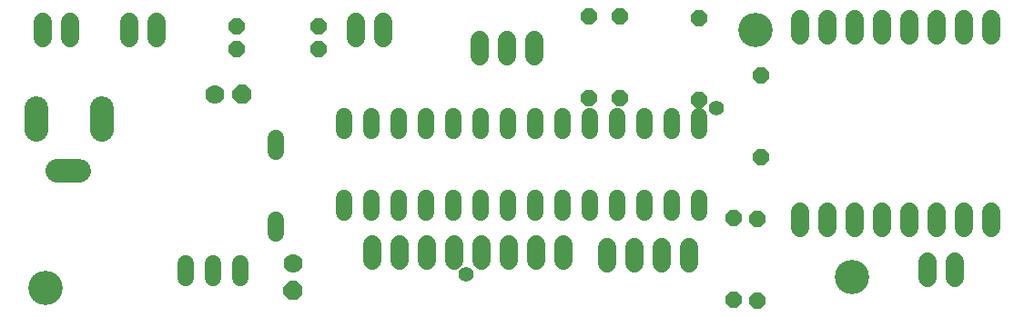
<source format=gbr>
G04 EAGLE Gerber RS-274X export*
G75*
%MOMM*%
%FSLAX34Y34*%
%LPD*%
%INSoldermask Top*%
%IPPOS*%
%AMOC8*
5,1,8,0,0,1.08239X$1,22.5*%
G01*
%ADD10C,3.203200*%
%ADD11C,2.203200*%
%ADD12C,1.727200*%
%ADD13P,1.649562X8X292.500000*%
%ADD14P,1.649562X8X22.500000*%
%ADD15C,1.524000*%
%ADD16P,1.924489X8X292.500000*%
%ADD17C,1.778000*%
%ADD18P,1.924489X8X22.500000*%
%ADD19P,1.649562X8X202.500000*%
%ADD20P,1.649562X8X112.500000*%
%ADD21C,1.409600*%


D10*
X3130000Y150000D03*
X3880000Y160000D03*
X3790000Y390000D03*
D11*
X3182200Y317400D02*
X3182200Y297400D01*
X3121200Y297400D02*
X3121200Y317400D01*
X3141200Y259400D02*
X3161200Y259400D01*
D12*
X4009100Y220620D02*
X4009100Y205380D01*
X3983700Y205380D02*
X3983700Y220620D01*
X3958300Y220620D02*
X3958300Y205380D01*
X3932900Y205380D02*
X3932900Y220620D01*
X3907500Y220620D02*
X3907500Y205380D01*
X3882100Y205380D02*
X3882100Y220620D01*
X3856700Y220620D02*
X3856700Y205380D01*
X3831300Y205380D02*
X3831300Y220620D01*
X4009100Y385380D02*
X4009100Y400620D01*
X3983700Y400620D02*
X3983700Y385380D01*
X3958300Y385380D02*
X3958300Y400620D01*
X3932900Y400620D02*
X3932900Y385380D01*
X3907500Y385380D02*
X3907500Y400620D01*
X3882100Y400620D02*
X3882100Y385380D01*
X3856700Y385380D02*
X3856700Y400620D01*
X3831300Y400620D02*
X3831300Y385380D01*
D13*
X3795510Y348109D03*
X3795510Y271909D03*
D14*
X3307400Y393900D03*
X3383600Y393900D03*
D15*
X3737900Y309704D02*
X3737900Y296496D01*
X3712500Y296496D02*
X3712500Y309704D01*
X3687100Y309704D02*
X3687100Y296496D01*
X3661700Y296496D02*
X3661700Y309704D01*
X3636300Y309704D02*
X3636300Y296496D01*
X3610900Y296496D02*
X3610900Y309704D01*
X3585500Y309704D02*
X3585500Y296496D01*
X3560100Y296496D02*
X3560100Y309704D01*
X3534700Y309704D02*
X3534700Y296496D01*
X3509300Y296496D02*
X3509300Y309704D01*
X3483900Y309704D02*
X3483900Y296496D01*
X3458500Y296496D02*
X3458500Y309704D01*
X3433100Y309704D02*
X3433100Y296496D01*
X3407700Y296496D02*
X3407700Y309704D01*
X3407700Y233504D02*
X3407700Y220296D01*
X3433100Y220296D02*
X3433100Y233504D01*
X3458500Y233504D02*
X3458500Y220296D01*
X3483900Y220296D02*
X3483900Y233504D01*
X3509300Y233504D02*
X3509300Y220296D01*
X3534700Y220296D02*
X3534700Y233504D01*
X3560100Y233504D02*
X3560100Y220296D01*
X3585500Y220296D02*
X3585500Y233504D01*
X3610900Y233504D02*
X3610900Y220296D01*
X3636300Y220296D02*
X3636300Y233504D01*
X3661700Y233504D02*
X3661700Y220296D01*
X3687100Y220296D02*
X3687100Y233504D01*
X3712500Y233504D02*
X3712500Y220296D01*
X3737900Y220296D02*
X3737900Y233504D01*
D16*
X3360000Y147300D03*
D17*
X3360000Y172700D03*
D18*
X3312700Y330000D03*
D17*
X3287300Y330000D03*
D15*
X3344300Y213604D02*
X3344300Y200396D01*
X3344300Y276596D02*
X3344300Y289804D01*
D13*
X3738100Y401200D03*
X3738100Y325000D03*
D19*
X3383400Y372300D03*
X3307200Y372300D03*
D12*
X3584700Y365380D02*
X3584700Y380620D01*
X3559300Y380620D02*
X3559300Y365380D01*
X3533900Y365380D02*
X3533900Y380620D01*
D20*
X3635000Y326600D03*
X3635000Y402800D03*
X3664300Y327100D03*
X3664300Y403300D03*
D12*
X3418900Y397720D02*
X3418900Y382480D01*
X3444300Y382480D02*
X3444300Y397720D01*
X3127300Y397620D02*
X3127300Y382380D01*
X3152700Y382380D02*
X3152700Y397620D01*
X3207300Y397620D02*
X3207300Y382380D01*
X3232700Y382380D02*
X3232700Y397620D01*
X3611200Y190520D02*
X3611200Y175280D01*
X3585800Y175280D02*
X3585800Y190520D01*
X3560400Y190520D02*
X3560400Y175280D01*
X3535000Y175280D02*
X3535000Y190520D01*
X3509600Y190520D02*
X3509600Y175280D01*
X3484200Y175280D02*
X3484200Y190520D01*
X3458800Y190520D02*
X3458800Y175280D01*
X3433400Y175280D02*
X3433400Y190520D01*
D15*
X3311100Y172614D02*
X3311100Y159406D01*
X3260300Y159406D02*
X3260300Y172614D01*
X3285700Y172614D02*
X3285700Y159406D01*
D12*
X3950100Y159080D02*
X3950100Y174320D01*
X3975500Y174320D02*
X3975500Y159080D01*
D20*
X3792300Y138100D03*
X3792300Y214300D03*
X3770000Y138900D03*
X3770000Y215100D03*
D12*
X3702700Y187620D02*
X3702700Y172380D01*
X3677300Y172380D02*
X3677300Y187620D01*
X3651900Y187620D02*
X3651900Y172380D01*
X3728100Y172380D02*
X3728100Y187620D01*
D21*
X3521400Y162500D03*
X3753800Y317400D03*
M02*

</source>
